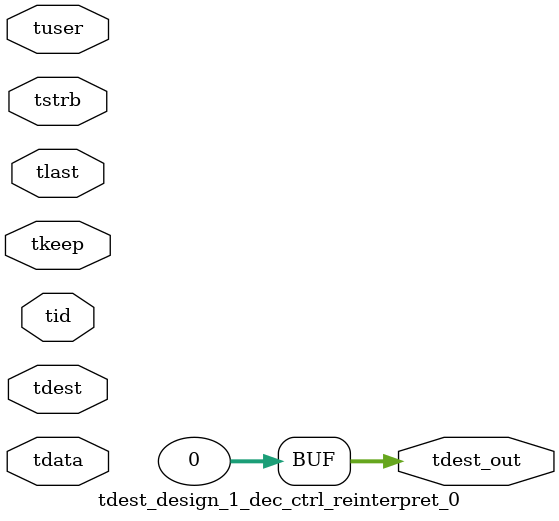
<source format=v>


`timescale 1ps/1ps

module tdest_design_1_dec_ctrl_reinterpret_0 #
(
parameter C_S_AXIS_TDATA_WIDTH = 32,
parameter C_S_AXIS_TUSER_WIDTH = 0,
parameter C_S_AXIS_TID_WIDTH   = 0,
parameter C_S_AXIS_TDEST_WIDTH = 0,
parameter C_M_AXIS_TDEST_WIDTH = 32
)
(
input  [(C_S_AXIS_TDATA_WIDTH == 0 ? 1 : C_S_AXIS_TDATA_WIDTH)-1:0     ] tdata,
input  [(C_S_AXIS_TUSER_WIDTH == 0 ? 1 : C_S_AXIS_TUSER_WIDTH)-1:0     ] tuser,
input  [(C_S_AXIS_TID_WIDTH   == 0 ? 1 : C_S_AXIS_TID_WIDTH)-1:0       ] tid,
input  [(C_S_AXIS_TDEST_WIDTH == 0 ? 1 : C_S_AXIS_TDEST_WIDTH)-1:0     ] tdest,
input  [(C_S_AXIS_TDATA_WIDTH/8)-1:0 ] tkeep,
input  [(C_S_AXIS_TDATA_WIDTH/8)-1:0 ] tstrb,
input                                                                    tlast,
output [C_M_AXIS_TDEST_WIDTH-1:0] tdest_out
);

assign tdest_out = {1'b0};

endmodule


</source>
